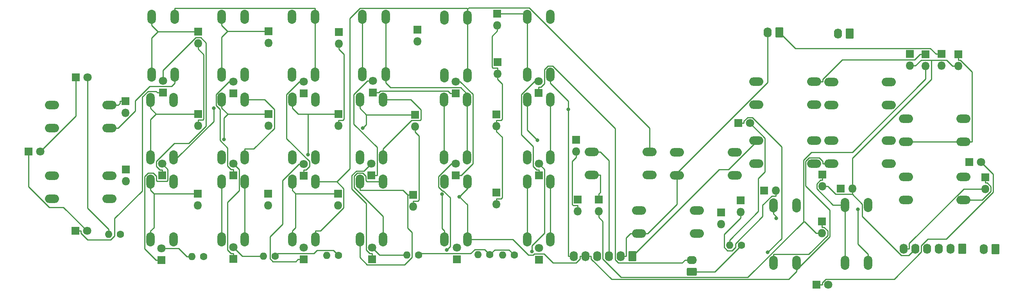
<source format=gbr>
%TF.GenerationSoftware,KiCad,Pcbnew,7.0.9*%
%TF.CreationDate,2023-12-04T13:57:31+10:00*%
%TF.ProjectId,UFC,5546432e-6b69-4636-9164-5f7063625858,rev?*%
%TF.SameCoordinates,Original*%
%TF.FileFunction,Copper,L2,Bot*%
%TF.FilePolarity,Positive*%
%FSLAX46Y46*%
G04 Gerber Fmt 4.6, Leading zero omitted, Abs format (unit mm)*
G04 Created by KiCad (PCBNEW 7.0.9) date 2023-12-04 13:57:31*
%MOMM*%
%LPD*%
G01*
G04 APERTURE LIST*
G04 Aperture macros list*
%AMRoundRect*
0 Rectangle with rounded corners*
0 $1 Rounding radius*
0 $2 $3 $4 $5 $6 $7 $8 $9 X,Y pos of 4 corners*
0 Add a 4 corners polygon primitive as box body*
4,1,4,$2,$3,$4,$5,$6,$7,$8,$9,$2,$3,0*
0 Add four circle primitives for the rounded corners*
1,1,$1+$1,$2,$3*
1,1,$1+$1,$4,$5*
1,1,$1+$1,$6,$7*
1,1,$1+$1,$8,$9*
0 Add four rect primitives between the rounded corners*
20,1,$1+$1,$2,$3,$4,$5,0*
20,1,$1+$1,$4,$5,$6,$7,0*
20,1,$1+$1,$6,$7,$8,$9,0*
20,1,$1+$1,$8,$9,$2,$3,0*%
G04 Aperture macros list end*
%TA.AperFunction,ComponentPad*%
%ADD10RoundRect,0.250000X0.620000X0.845000X-0.620000X0.845000X-0.620000X-0.845000X0.620000X-0.845000X0*%
%TD*%
%TA.AperFunction,ComponentPad*%
%ADD11O,1.740000X2.190000*%
%TD*%
%TA.AperFunction,ComponentPad*%
%ADD12O,1.850000X3.048000*%
%TD*%
%TA.AperFunction,ComponentPad*%
%ADD13R,1.800000X1.800000*%
%TD*%
%TA.AperFunction,ComponentPad*%
%ADD14C,1.800000*%
%TD*%
%TA.AperFunction,ComponentPad*%
%ADD15O,3.048000X1.850000*%
%TD*%
%TA.AperFunction,ComponentPad*%
%ADD16RoundRect,0.250000X0.845000X-0.620000X0.845000X0.620000X-0.845000X0.620000X-0.845000X-0.620000X0*%
%TD*%
%TA.AperFunction,ComponentPad*%
%ADD17O,2.190000X1.740000*%
%TD*%
%TA.AperFunction,ComponentPad*%
%ADD18O,1.800000X1.800000*%
%TD*%
%TA.AperFunction,ComponentPad*%
%ADD19C,1.600000*%
%TD*%
%TA.AperFunction,ComponentPad*%
%ADD20O,1.600000X1.600000*%
%TD*%
%TA.AperFunction,ViaPad*%
%ADD21C,0.800000*%
%TD*%
%TA.AperFunction,Conductor*%
%ADD22C,0.250000*%
%TD*%
G04 APERTURE END LIST*
D10*
%TO.P,LA1,1,-*%
%TO.N,/CAUTION_LAMP-*%
X214630000Y-44470000D03*
D11*
%TO.P,LA1,2,+*%
%TO.N,/CAUTION_LAMP+*%
X212090000Y-44470000D03*
%TD*%
D12*
%TO.P,SW10,1,1*%
%TO.N,Net-(D10-K)*%
X78640000Y-71300000D03*
X78640000Y-58800000D03*
%TO.P,SW10,2,2*%
%TO.N,/ROW4*%
X83640000Y-71300000D03*
X83640000Y-58800000D03*
%TD*%
D13*
%TO.P,D41,1,K*%
%TO.N,Net-(D41-K)*%
X96400000Y-75250000D03*
D14*
%TO.P,D41,2,A*%
%TO.N,Net-(D35-K)*%
X96400000Y-72710000D03*
%TD*%
D12*
%TO.P,SW8,1,1*%
%TO.N,Net-(D8-K)*%
X126870000Y-89060000D03*
X126870000Y-76560000D03*
%TO.P,SW8,2,2*%
%TO.N,/ROW4*%
X131870000Y-89060000D03*
X131870000Y-76560000D03*
%TD*%
D15*
%TO.P,SW32,1,1*%
%TO.N,Net-(D51-K)*%
X169040000Y-82850000D03*
X181540000Y-82850000D03*
%TO.P,SW32,2,2*%
%TO.N,/ROW1*%
X169040000Y-87850000D03*
X181540000Y-87850000D03*
%TD*%
D13*
%TO.P,D37,1,K*%
%TO.N,Net-(D37-K)*%
X129580000Y-93375000D03*
D14*
%TO.P,D37,2,A*%
%TO.N,Net-(D37-A)*%
X129580000Y-90835000D03*
%TD*%
D13*
%TO.P,D39,1,K*%
%TO.N,Net-(D39-K)*%
X65720000Y-75225000D03*
D14*
%TO.P,D39,2,A*%
%TO.N,Net-(D33-K)*%
X65720000Y-72685000D03*
%TD*%
D12*
%TO.P,SW19,1,1*%
%TO.N,Net-(D19-K)*%
X198180000Y-94190000D03*
X198180000Y-81690000D03*
%TO.P,SW19,2,2*%
%TO.N,/ROW4*%
X203180000Y-94190000D03*
X203180000Y-81690000D03*
%TD*%
D15*
%TO.P,SW30,1,1*%
%TO.N,Net-(D31-K)*%
X239330000Y-67920000D03*
X226830000Y-67920000D03*
%TO.P,SW30,2,2*%
%TO.N,/ROW5*%
X239330000Y-62920000D03*
X226830000Y-62920000D03*
%TD*%
D12*
%TO.P,SW11,1,1*%
%TO.N,Net-(D11-K)*%
X78640000Y-89080000D03*
X78640000Y-76580000D03*
%TO.P,SW11,2,2*%
%TO.N,/ROW5*%
X83640000Y-89080000D03*
X83640000Y-76580000D03*
%TD*%
D13*
%TO.P,D48,1,K*%
%TO.N,/BACKLIGHTING/BACKLIGHT_GND*%
X111390000Y-57245000D03*
D14*
%TO.P,D48,2,A*%
%TO.N,Net-(D42-K)*%
X111390000Y-54705000D03*
%TD*%
D13*
%TO.P,D56,1,K*%
%TO.N,Net-(D56-K)*%
X36785000Y-70070000D03*
D14*
%TO.P,D56,2,A*%
%TO.N,Net-(D55-K)*%
X39325000Y-70070000D03*
%TD*%
D15*
%TO.P,SW26,1,1*%
%TO.N,Net-(D27-K)*%
X206940000Y-72640000D03*
X194440000Y-72640000D03*
%TO.P,SW26,2,2*%
%TO.N,/ROW0*%
X206940000Y-67640000D03*
X194440000Y-67640000D03*
%TD*%
%TO.P,SW24,1,1*%
%TO.N,Net-(D25-K)*%
X177280000Y-70160000D03*
X189780000Y-70160000D03*
%TO.P,SW24,2,2*%
%TO.N,/ROW1*%
X177280000Y-75160000D03*
X189780000Y-75160000D03*
%TD*%
D12*
%TO.P,SW21,1,1*%
%TO.N,Net-(D22-K)*%
X93920000Y-71310000D03*
X93920000Y-58810000D03*
%TO.P,SW21,2,2*%
%TO.N,/ROW4*%
X98920000Y-71310000D03*
X98920000Y-58810000D03*
%TD*%
%TO.P,SW13,1,1*%
%TO.N,Net-(D13-K)*%
X144850000Y-71300000D03*
X144850000Y-58800000D03*
%TO.P,SW13,2,2*%
%TO.N,/ROW0*%
X149850000Y-71300000D03*
X149850000Y-58800000D03*
%TD*%
%TO.P,SW22,1,1*%
%TO.N,Net-(D23-K)*%
X108560000Y-89060000D03*
X108560000Y-76560000D03*
%TO.P,SW22,2,2*%
%TO.N,/ROW5*%
X113560000Y-89060000D03*
X113560000Y-76560000D03*
%TD*%
D13*
%TO.P,D42,1,K*%
%TO.N,Net-(D42-K)*%
X111050000Y-75210000D03*
D14*
%TO.P,D42,2,A*%
%TO.N,Net-(D36-K)*%
X111050000Y-72670000D03*
%TD*%
D13*
%TO.P,D45,1,K*%
%TO.N,/BACKLIGHTING/BACKLIGHT_GND*%
X65910000Y-57235000D03*
D14*
%TO.P,D45,2,A*%
%TO.N,Net-(D39-K)*%
X65910000Y-54695000D03*
%TD*%
D12*
%TO.P,SW16,1,1*%
%TO.N,Net-(D16-K)*%
X93900000Y-89090000D03*
X93900000Y-76590000D03*
%TO.P,SW16,2,2*%
%TO.N,/ROW2*%
X98900000Y-89090000D03*
X98900000Y-76590000D03*
%TD*%
%TO.P,SW23,1,1*%
%TO.N,Net-(D24-K)*%
X144840000Y-89060000D03*
X144840000Y-76560000D03*
%TO.P,SW23,2,2*%
%TO.N,/ROW3*%
X149840000Y-89060000D03*
X149840000Y-76560000D03*
%TD*%
D15*
%TO.P,SW31,1,1*%
%TO.N,Net-(D32-K)*%
X239330000Y-80560000D03*
X226830000Y-80560000D03*
%TO.P,SW31,2,2*%
%TO.N,/ROW0*%
X239330000Y-75560000D03*
X226830000Y-75560000D03*
%TD*%
D13*
%TO.P,D47,1,K*%
%TO.N,/BACKLIGHTING/BACKLIGHT_GND*%
X96430000Y-57430000D03*
D14*
%TO.P,D47,2,A*%
%TO.N,Net-(D41-K)*%
X96430000Y-54890000D03*
%TD*%
D12*
%TO.P,SW4,1,1*%
%TO.N,Net-(D4-K)*%
X63210000Y-71320000D03*
X63210000Y-58820000D03*
%TO.P,SW4,2,2*%
%TO.N,/ROW1*%
X68210000Y-71320000D03*
X68210000Y-58820000D03*
%TD*%
%TO.P,SW6,1,1*%
%TO.N,Net-(D6-K)*%
X126880000Y-53490000D03*
X126880000Y-40990000D03*
%TO.P,SW6,2,2*%
%TO.N,/ROW2*%
X131880000Y-53490000D03*
X131880000Y-40990000D03*
%TD*%
D15*
%TO.P,SW1,1,1*%
%TO.N,Net-(D1-K)*%
X41840000Y-59990000D03*
X54340000Y-59990000D03*
%TO.P,SW1,2,2*%
%TO.N,/ROW0*%
X41840000Y-64990000D03*
X54340000Y-64990000D03*
%TD*%
D12*
%TO.P,SW27,1,1*%
%TO.N,Net-(D28-K)*%
X213640000Y-94150000D03*
X213640000Y-81650000D03*
%TO.P,SW27,2,2*%
%TO.N,/ROW2*%
X218640000Y-94150000D03*
X218640000Y-81650000D03*
%TD*%
%TO.P,SW15,1,1*%
%TO.N,Net-(D15-K)*%
X108540000Y-71300000D03*
X108540000Y-58800000D03*
%TO.P,SW15,2,2*%
%TO.N,/ROW1*%
X113540000Y-71300000D03*
X113540000Y-58800000D03*
%TD*%
D13*
%TO.P,D38,1,K*%
%TO.N,Net-(D38-K)*%
X147390000Y-93445000D03*
D14*
%TO.P,D38,2,A*%
%TO.N,Net-(D38-A)*%
X147390000Y-90905000D03*
%TD*%
D12*
%TO.P,SW20,1,1*%
%TO.N,Net-(D21-K)*%
X109130000Y-53310000D03*
X109130000Y-40810000D03*
%TO.P,SW20,2,2*%
%TO.N,/ROW3*%
X114130000Y-53310000D03*
X114130000Y-40810000D03*
%TD*%
D13*
%TO.P,D33,1,K*%
%TO.N,Net-(D33-K)*%
X65610000Y-93540000D03*
D14*
%TO.P,D33,2,A*%
%TO.N,Net-(D33-A)*%
X65610000Y-91000000D03*
%TD*%
D12*
%TO.P,SW5,1,1*%
%TO.N,Net-(D5-K)*%
X63220000Y-89090000D03*
X63220000Y-76590000D03*
%TO.P,SW5,2,2*%
%TO.N,/ROW2*%
X68220000Y-89090000D03*
X68220000Y-76590000D03*
%TD*%
D15*
%TO.P,SW25,1,1*%
%TO.N,Net-(D26-K)*%
X194440000Y-54910000D03*
X206940000Y-54910000D03*
%TO.P,SW25,2,2*%
%TO.N,/ROW5*%
X194440000Y-59910000D03*
X206940000Y-59910000D03*
%TD*%
D13*
%TO.P,D44,1,K*%
%TO.N,Net-(D44-K)*%
X147350000Y-75225000D03*
D14*
%TO.P,D44,2,A*%
%TO.N,Net-(D38-K)*%
X147350000Y-72685000D03*
%TD*%
D13*
%TO.P,D53,1,K*%
%TO.N,Net-(D53-K)*%
X207500000Y-98930000D03*
D14*
%TO.P,D53,2,A*%
%TO.N,Net-(D52-K)*%
X210040000Y-98930000D03*
%TD*%
D13*
%TO.P,D50,1,K*%
%TO.N,/BACKLIGHTING/BACKLIGHT_GND*%
X147310000Y-57305000D03*
D14*
%TO.P,D50,2,A*%
%TO.N,Net-(D44-K)*%
X147310000Y-54765000D03*
%TD*%
D13*
%TO.P,D55,1,K*%
%TO.N,Net-(D55-K)*%
X47045000Y-53950000D03*
D14*
%TO.P,D55,2,A*%
%TO.N,Net-(D55-A)*%
X49585000Y-53950000D03*
%TD*%
D12*
%TO.P,SW14,1,1*%
%TO.N,Net-(D14-K)*%
X93880000Y-53320000D03*
X93880000Y-40820000D03*
%TO.P,SW14,2,2*%
%TO.N,/ROW0*%
X98880000Y-53320000D03*
X98880000Y-40820000D03*
%TD*%
D13*
%TO.P,D52,1,K*%
%TO.N,Net-(D52-K)*%
X190520000Y-63880000D03*
D14*
%TO.P,D52,2,A*%
%TO.N,Net-(D52-A)*%
X193060000Y-63880000D03*
%TD*%
D15*
%TO.P,SW17,1,1*%
%TO.N,Net-(D17-K)*%
X171310000Y-75140000D03*
X158810000Y-75140000D03*
%TO.P,SW17,2,2*%
%TO.N,/ROW2*%
X171310000Y-70140000D03*
X158810000Y-70140000D03*
%TD*%
D13*
%TO.P,D40,1,K*%
%TO.N,Net-(D40-K)*%
X81140000Y-75185000D03*
D14*
%TO.P,D40,2,A*%
%TO.N,Net-(D34-K)*%
X81140000Y-72645000D03*
%TD*%
D13*
%TO.P,D54,1,K*%
%TO.N,/BACKLIGHTING/BACKLIGHT_GND*%
X240535000Y-72300000D03*
D14*
%TO.P,D54,2,A*%
%TO.N,Net-(D53-K)*%
X243075000Y-72300000D03*
%TD*%
D12*
%TO.P,SW9,1,1*%
%TO.N,Net-(D9-K)*%
X78630000Y-53330000D03*
X78630000Y-40830000D03*
%TO.P,SW9,2,2*%
%TO.N,/ROW3*%
X83630000Y-53330000D03*
X83630000Y-40830000D03*
%TD*%
D13*
%TO.P,D49,1,K*%
%TO.N,/BACKLIGHTING/BACKLIGHT_GND*%
X129360000Y-57400000D03*
D14*
%TO.P,D49,2,A*%
%TO.N,Net-(D43-K)*%
X129360000Y-54860000D03*
%TD*%
D15*
%TO.P,SW2,1,1*%
%TO.N,Net-(D2-K)*%
X41830000Y-75260000D03*
X54330000Y-75260000D03*
%TO.P,SW2,2,2*%
%TO.N,/ROW1*%
X41830000Y-80260000D03*
X54330000Y-80260000D03*
%TD*%
D13*
%TO.P,D34,1,K*%
%TO.N,Net-(D34-K)*%
X81120000Y-93345000D03*
D14*
%TO.P,D34,2,A*%
%TO.N,Net-(D34-A)*%
X81120000Y-90805000D03*
%TD*%
D15*
%TO.P,SW28,1,1*%
%TO.N,Net-(D29-K)*%
X223150000Y-59930000D03*
X210650000Y-59930000D03*
%TO.P,SW28,2,2*%
%TO.N,/ROW3*%
X223150000Y-54930000D03*
X210650000Y-54930000D03*
%TD*%
D12*
%TO.P,SW7,1,1*%
%TO.N,Net-(D7-K)*%
X126790000Y-71260000D03*
X126790000Y-58760000D03*
%TO.P,SW7,2,2*%
%TO.N,/ROW3*%
X131790000Y-71260000D03*
X131790000Y-58760000D03*
%TD*%
D13*
%TO.P,D35,1,K*%
%TO.N,Net-(D35-K)*%
X96370000Y-93380000D03*
D14*
%TO.P,D35,2,A*%
%TO.N,Net-(D35-A)*%
X96370000Y-90840000D03*
%TD*%
D13*
%TO.P,D46,1,K*%
%TO.N,/BACKLIGHTING/BACKLIGHT_GND*%
X81140000Y-57375000D03*
D14*
%TO.P,D46,2,A*%
%TO.N,Net-(D40-K)*%
X81140000Y-54835000D03*
%TD*%
D13*
%TO.P,D57,1,K*%
%TO.N,/BACKLIGHTING/BACKLIGHT_GND*%
X46925000Y-87260000D03*
D14*
%TO.P,D57,2,A*%
%TO.N,Net-(D56-K)*%
X49465000Y-87260000D03*
%TD*%
D13*
%TO.P,D36,1,K*%
%TO.N,Net-(D36-K)*%
X111180000Y-93360000D03*
D14*
%TO.P,D36,2,A*%
%TO.N,Net-(D36-A)*%
X111180000Y-90820000D03*
%TD*%
D12*
%TO.P,SW12,1,1*%
%TO.N,Net-(D12-K)*%
X144820000Y-53330000D03*
X144820000Y-40830000D03*
%TO.P,SW12,2,2*%
%TO.N,/ROW5*%
X149820000Y-53330000D03*
X149820000Y-40830000D03*
%TD*%
D15*
%TO.P,SW29,1,1*%
%TO.N,Net-(D30-K)*%
X210670000Y-67660000D03*
X223170000Y-67660000D03*
%TO.P,SW29,2,2*%
%TO.N,/ROW4*%
X210670000Y-72660000D03*
X223170000Y-72660000D03*
%TD*%
D12*
%TO.P,SW3,1,1*%
%TO.N,Net-(D3-K)*%
X63480000Y-53330000D03*
X63480000Y-40830000D03*
%TO.P,SW3,2,2*%
%TO.N,/ROW0*%
X68480000Y-53330000D03*
X68480000Y-40830000D03*
%TD*%
D13*
%TO.P,D43,1,K*%
%TO.N,Net-(D43-K)*%
X129320000Y-75185000D03*
D14*
%TO.P,D43,2,A*%
%TO.N,Net-(D37-K)*%
X129320000Y-72645000D03*
%TD*%
D16*
%TO.P,J5,1,Pin_1*%
%TO.N,/BACKLIGHTING/BACKLIGHT_+12V*%
X180430000Y-96080000D03*
D17*
%TO.P,J5,2,Pin_2*%
%TO.N,/BACKLIGHTING/BACKLIGHT_GND*%
X180430000Y-93540000D03*
%TD*%
D13*
%TO.P,D30,1,K*%
%TO.N,Net-(D30-K)*%
X212700000Y-78050000D03*
D18*
%TO.P,D30,2,A*%
%TO.N,/COL4*%
X215240000Y-78050000D03*
%TD*%
D13*
%TO.P,D10,1,K*%
%TO.N,Net-(D10-K)*%
X88780000Y-61940000D03*
D18*
%TO.P,D10,2,A*%
%TO.N,/COL0*%
X88780000Y-64480000D03*
%TD*%
D13*
%TO.P,D2,1,K*%
%TO.N,Net-(D2-K)*%
X57840000Y-73910000D03*
D18*
%TO.P,D2,2,A*%
%TO.N,/COL2*%
X57840000Y-76450000D03*
%TD*%
D13*
%TO.P,D29,1,K*%
%TO.N,Net-(D29-K)*%
X227670000Y-48880000D03*
D18*
%TO.P,D29,2,A*%
%TO.N,/COL4*%
X227670000Y-51420000D03*
%TD*%
D13*
%TO.P,D19,1,K*%
%TO.N,Net-(D19-K)*%
X208630000Y-85200000D03*
D18*
%TO.P,D19,2,A*%
%TO.N,/COL3*%
X208630000Y-87740000D03*
%TD*%
D10*
%TO.P,SW18,1,1*%
%TO.N,Net-(D18-K)*%
X199460000Y-44220000D03*
D11*
%TO.P,SW18,2,2*%
%TO.N,/ROW1*%
X196920000Y-44220000D03*
%TD*%
D13*
%TO.P,D26,1,K*%
%TO.N,Net-(D26-K)*%
X231130000Y-48950000D03*
D18*
%TO.P,D26,2,A*%
%TO.N,/COL3*%
X231130000Y-51490000D03*
%TD*%
D13*
%TO.P,D6,1,K*%
%TO.N,Net-(D6-K)*%
X138400000Y-50630000D03*
D18*
%TO.P,D6,2,A*%
%TO.N,/COL2*%
X138400000Y-53170000D03*
%TD*%
D13*
%TO.P,D22,1,K*%
%TO.N,Net-(D22-K)*%
X103890000Y-61920000D03*
D18*
%TO.P,D22,2,A*%
%TO.N,/COL1*%
X103890000Y-64460000D03*
%TD*%
D13*
%TO.P,D7,1,K*%
%TO.N,Net-(D7-K)*%
X138150000Y-61960000D03*
D18*
%TO.P,D7,2,A*%
%TO.N,/COL2*%
X138150000Y-64500000D03*
%TD*%
D13*
%TO.P,D21,1,K*%
%TO.N,Net-(D21-K)*%
X121020000Y-43640000D03*
D18*
%TO.P,D21,2,A*%
%TO.N,/COL1*%
X121020000Y-46180000D03*
%TD*%
D13*
%TO.P,D27,1,K*%
%TO.N,Net-(D27-K)*%
X196110000Y-78460000D03*
D18*
%TO.P,D27,2,A*%
%TO.N,/COL4*%
X198650000Y-78460000D03*
%TD*%
D13*
%TO.P,D5,1,K*%
%TO.N,Net-(D5-K)*%
X73430000Y-79170000D03*
D18*
%TO.P,D5,2,A*%
%TO.N,/COL0*%
X73430000Y-81710000D03*
%TD*%
D19*
%TO.P,R8,1*%
%TO.N,/BACKLIGHTING/BACKLIGHT_+12V*%
X56700000Y-88010000D03*
D20*
%TO.P,R8,2*%
%TO.N,Net-(D55-A)*%
X54160000Y-88010000D03*
%TD*%
D19*
%TO.P,R5,1*%
%TO.N,/BACKLIGHTING/BACKLIGHT_+12V*%
X136730000Y-92400000D03*
D20*
%TO.P,R5,2*%
%TO.N,Net-(D37-A)*%
X134190000Y-92400000D03*
%TD*%
D19*
%TO.P,R3,1*%
%TO.N,/BACKLIGHTING/BACKLIGHT_+12V*%
X103950000Y-92590000D03*
D20*
%TO.P,R3,2*%
%TO.N,Net-(D35-A)*%
X101410000Y-92590000D03*
%TD*%
D13*
%TO.P,D1,1,K*%
%TO.N,Net-(D1-K)*%
X57790000Y-59110000D03*
D18*
%TO.P,D1,2,A*%
%TO.N,/COL2*%
X57790000Y-61650000D03*
%TD*%
D13*
%TO.P,D3,1,K*%
%TO.N,Net-(D3-K)*%
X73530000Y-44030000D03*
D18*
%TO.P,D3,2,A*%
%TO.N,/COL0*%
X73530000Y-46570000D03*
%TD*%
D13*
%TO.P,D9,1,K*%
%TO.N,Net-(D9-K)*%
X88760000Y-43970000D03*
D18*
%TO.P,D9,2,A*%
%TO.N,/COL0*%
X88760000Y-46510000D03*
%TD*%
D13*
%TO.P,D11,1,K*%
%TO.N,Net-(D11-K)*%
X88650000Y-79150000D03*
D18*
%TO.P,D11,2,A*%
%TO.N,/COL0*%
X88650000Y-81690000D03*
%TD*%
D10*
%TO.P,J1,1,Pin_1*%
%TO.N,/CAUTION_LAMP+*%
X246280000Y-91160000D03*
D11*
%TO.P,J1,2,Pin_2*%
%TO.N,/CAUTION_LAMP-*%
X243740000Y-91160000D03*
%TD*%
D13*
%TO.P,D23,1,K*%
%TO.N,Net-(D23-K)*%
X120130000Y-79450000D03*
D18*
%TO.P,D23,2,A*%
%TO.N,/COL1*%
X120130000Y-81990000D03*
%TD*%
D19*
%TO.P,R1,1*%
%TO.N,/BACKLIGHTING/BACKLIGHT_+12V*%
X74755000Y-92800000D03*
D20*
%TO.P,R1,2*%
%TO.N,Net-(D33-A)*%
X72215000Y-92800000D03*
%TD*%
D19*
%TO.P,R7,1*%
%TO.N,/BACKLIGHTING/BACKLIGHT_+12V*%
X191190000Y-90360000D03*
D20*
%TO.P,R7,2*%
%TO.N,Net-(D52-A)*%
X188650000Y-90360000D03*
%TD*%
D13*
%TO.P,D28,1,K*%
%TO.N,Net-(D28-K)*%
X208760000Y-75020000D03*
D18*
%TO.P,D28,2,A*%
%TO.N,/COL4*%
X208760000Y-77560000D03*
%TD*%
D13*
%TO.P,D24,1,K*%
%TO.N,Net-(D24-K)*%
X155770000Y-80420000D03*
D18*
%TO.P,D24,2,A*%
%TO.N,/COL3*%
X155770000Y-82960000D03*
%TD*%
D13*
%TO.P,D16,1,K*%
%TO.N,Net-(D16-K)*%
X103830000Y-79170000D03*
D18*
%TO.P,D16,2,A*%
%TO.N,/COL1*%
X103830000Y-81710000D03*
%TD*%
D13*
%TO.P,D13,1,K*%
%TO.N,Net-(D13-K)*%
X155370000Y-67530000D03*
D18*
%TO.P,D13,2,A*%
%TO.N,/COL3*%
X155370000Y-70070000D03*
%TD*%
D19*
%TO.P,R2,1*%
%TO.N,/BACKLIGHTING/BACKLIGHT_+12V*%
X90240000Y-92740000D03*
D20*
%TO.P,R2,2*%
%TO.N,Net-(D34-A)*%
X87700000Y-92740000D03*
%TD*%
D13*
%TO.P,D31,1,K*%
%TO.N,Net-(D31-K)*%
X238200000Y-48980000D03*
D18*
%TO.P,D31,2,A*%
%TO.N,/COL4*%
X238200000Y-51520000D03*
%TD*%
D13*
%TO.P,D18,1,K*%
%TO.N,Net-(D18-K)*%
X234590000Y-48880000D03*
D18*
%TO.P,D18,2,A*%
%TO.N,/COL3*%
X234590000Y-51420000D03*
%TD*%
D13*
%TO.P,D15,1,K*%
%TO.N,Net-(D15-K)*%
X120540000Y-62050000D03*
D18*
%TO.P,D15,2,A*%
%TO.N,/COL1*%
X120540000Y-64590000D03*
%TD*%
D13*
%TO.P,D51,1,K*%
%TO.N,Net-(D51-K)*%
X186800000Y-83280000D03*
D18*
%TO.P,D51,2,A*%
%TO.N,/COL5*%
X186800000Y-85820000D03*
%TD*%
D13*
%TO.P,D32,1,K*%
%TO.N,Net-(D32-K)*%
X244010000Y-75600000D03*
D18*
%TO.P,D32,2,A*%
%TO.N,/COL5*%
X244010000Y-78140000D03*
%TD*%
D13*
%TO.P,D17,1,K*%
%TO.N,Net-(D17-K)*%
X160280000Y-80480000D03*
D18*
%TO.P,D17,2,A*%
%TO.N,/COL3*%
X160280000Y-83020000D03*
%TD*%
D13*
%TO.P,D8,1,K*%
%TO.N,Net-(D8-K)*%
X138140000Y-78960000D03*
D18*
%TO.P,D8,2,A*%
%TO.N,/COL2*%
X138140000Y-81500000D03*
%TD*%
D13*
%TO.P,D14,1,K*%
%TO.N,Net-(D14-K)*%
X104020000Y-44100000D03*
D18*
%TO.P,D14,2,A*%
%TO.N,/COL1*%
X104020000Y-46640000D03*
%TD*%
D13*
%TO.P,D4,1,K*%
%TO.N,Net-(D4-K)*%
X73530000Y-61880000D03*
D18*
%TO.P,D4,2,A*%
%TO.N,/COL0*%
X73530000Y-64420000D03*
%TD*%
D13*
%TO.P,D25,1,K*%
%TO.N,Net-(D25-K)*%
X191020000Y-80640000D03*
D18*
%TO.P,D25,2,A*%
%TO.N,/COL4*%
X191020000Y-83180000D03*
%TD*%
D19*
%TO.P,R6,1*%
%TO.N,/BACKLIGHTING/BACKLIGHT_+12V*%
X142015000Y-92500000D03*
D20*
%TO.P,R6,2*%
%TO.N,Net-(D38-A)*%
X139475000Y-92500000D03*
%TD*%
D10*
%TO.P,J3,1,Pin_1*%
%TO.N,/ROW0*%
X167610000Y-92720000D03*
D11*
%TO.P,J3,2,Pin_2*%
%TO.N,/ROW1*%
X165070000Y-92720000D03*
%TO.P,J3,3,Pin_3*%
%TO.N,/ROW2*%
X162530000Y-92720000D03*
%TO.P,J3,4,Pin_4*%
%TO.N,/ROW3*%
X159990000Y-92720000D03*
%TO.P,J3,5,Pin_5*%
%TO.N,/ROW4*%
X157450000Y-92720000D03*
%TO.P,J3,6,Pin_6*%
%TO.N,/ROW5*%
X154910000Y-92720000D03*
%TD*%
D19*
%TO.P,R4,1*%
%TO.N,/BACKLIGHTING/BACKLIGHT_+12V*%
X121240000Y-92460000D03*
D20*
%TO.P,R4,2*%
%TO.N,Net-(D36-A)*%
X118700000Y-92460000D03*
%TD*%
D13*
%TO.P,D12,1,K*%
%TO.N,Net-(D12-K)*%
X138330000Y-40110000D03*
D18*
%TO.P,D12,2,A*%
%TO.N,/COL2*%
X138330000Y-42650000D03*
%TD*%
D10*
%TO.P,J2,1,Pin_1*%
%TO.N,/COL0*%
X239070000Y-91140000D03*
D11*
%TO.P,J2,2,Pin_2*%
%TO.N,/COL1*%
X236530000Y-91140000D03*
%TO.P,J2,3,Pin_3*%
%TO.N,/COL2*%
X233990000Y-91140000D03*
%TO.P,J2,4,Pin_4*%
%TO.N,/COL3*%
X231450000Y-91140000D03*
%TO.P,J2,5,Pin_5*%
%TO.N,/COL4*%
X228910000Y-91140000D03*
%TO.P,J2,6,Pin_6*%
%TO.N,/COL5*%
X226370000Y-91140000D03*
%TD*%
D21*
%TO.N,Net-(D52-K)*%
X196915500Y-91908800D03*
%TO.N,Net-(D38-K)*%
X145869100Y-91668100D03*
%TO.N,Net-(D37-K)*%
X127340300Y-91401900D03*
%TO.N,/ROW5*%
X153714700Y-60916700D03*
%TO.N,Net-(D22-K)*%
X97299600Y-70670200D03*
%TO.N,Net-(D19-K)*%
X198765000Y-84493800D03*
%TO.N,Net-(D15-K)*%
X109152900Y-64939600D03*
%TO.N,Net-(D13-K)*%
X147029500Y-67580900D03*
%TO.N,/ROW4*%
X130119600Y-79817700D03*
%TO.N,/ROW2*%
X216422500Y-82581300D03*
%TO.N,/ROW1*%
X76912800Y-60673600D03*
%TO.N,Net-(D10-K)*%
X79118900Y-67410800D03*
%TO.N,Net-(D8-K)*%
X126350900Y-79276000D03*
%TD*%
D22*
%TO.N,Net-(D56-K)*%
X36785000Y-77655900D02*
X36785000Y-70070000D01*
X41280400Y-82151300D02*
X36785000Y-77655900D01*
X44356300Y-82151300D02*
X41280400Y-82151300D01*
X49465000Y-87260000D02*
X44356300Y-82151300D01*
%TO.N,Net-(D55-A)*%
X49585000Y-82309700D02*
X49585000Y-53950000D01*
X54160000Y-86884700D02*
X49585000Y-82309700D01*
X54160000Y-88010000D02*
X54160000Y-86884700D01*
%TO.N,Net-(D55-K)*%
X47045000Y-62350000D02*
X39325000Y-70070000D01*
X47045000Y-53950000D02*
X47045000Y-62350000D01*
%TO.N,Net-(D53-K)*%
X208725300Y-98470400D02*
X208725300Y-98930000D01*
X209491000Y-97704700D02*
X208725300Y-98470400D01*
X224299600Y-97704700D02*
X209491000Y-97704700D01*
X230180000Y-91824300D02*
X224299600Y-97704700D01*
X230180000Y-90432500D02*
X230180000Y-91824300D01*
X231607200Y-89005300D02*
X230180000Y-90432500D01*
X235553100Y-89005300D02*
X231607200Y-89005300D01*
X245717000Y-78841400D02*
X235553100Y-89005300D01*
X245717000Y-74942000D02*
X245717000Y-78841400D01*
X243075000Y-72300000D02*
X245717000Y-74942000D01*
X207500000Y-98930000D02*
X208725300Y-98930000D01*
%TO.N,Net-(D52-A)*%
X196322400Y-67142400D02*
X193060000Y-63880000D01*
X196322400Y-74475700D02*
X196322400Y-67142400D01*
X194884600Y-75913500D02*
X196322400Y-74475700D01*
X194884600Y-83000100D02*
X194884600Y-75913500D01*
X188650000Y-89234700D02*
X194884600Y-83000100D01*
X188650000Y-90360000D02*
X188650000Y-89234700D01*
%TO.N,Net-(D52-K)*%
X190520000Y-63880000D02*
X191745300Y-63880000D01*
X199903800Y-88920500D02*
X196915500Y-91908800D01*
X199903800Y-68981100D02*
X199903800Y-88920500D01*
X193557600Y-62634900D02*
X199903800Y-68981100D01*
X192530900Y-62634900D02*
X193557600Y-62634900D01*
X191745300Y-63420500D02*
X192530900Y-62634900D01*
X191745300Y-63880000D02*
X191745300Y-63420500D01*
%TO.N,/BACKLIGHTING/BACKLIGHT_+12V*%
X137799100Y-91330900D02*
X136730000Y-92400000D01*
X140845900Y-91330900D02*
X137799100Y-91330900D01*
X142015000Y-92500000D02*
X140845900Y-91330900D01*
X185470000Y-96080000D02*
X180430000Y-96080000D01*
X191190000Y-90360000D02*
X185470000Y-96080000D01*
X121550400Y-92149600D02*
X121240000Y-92460000D01*
X132544200Y-92149600D02*
X121550400Y-92149600D01*
X133451900Y-91241900D02*
X132544200Y-92149600D01*
X135571900Y-91241900D02*
X133451900Y-91241900D01*
X136730000Y-92400000D02*
X135571900Y-91241900D01*
X90825500Y-92154500D02*
X90240000Y-92740000D01*
X98605200Y-92154500D02*
X90825500Y-92154500D01*
X99299300Y-91460400D02*
X98605200Y-92154500D01*
X102820400Y-91460400D02*
X99299300Y-91460400D01*
X103950000Y-92590000D02*
X102820400Y-91460400D01*
%TO.N,/BACKLIGHTING/BACKLIGHT_GND*%
X65910000Y-57235000D02*
X64684700Y-57235000D01*
X46925000Y-87260000D02*
X48150300Y-87260000D01*
X112949600Y-56910700D02*
X112615300Y-57245000D01*
X127645400Y-56910700D02*
X112949600Y-56910700D01*
X128134700Y-57400000D02*
X127645400Y-56910700D01*
X129360000Y-57400000D02*
X128134700Y-57400000D01*
X111390000Y-57245000D02*
X112615300Y-57245000D01*
X48150300Y-87719500D02*
X48150300Y-87260000D01*
X49588500Y-89157700D02*
X48150300Y-87719500D01*
X54605300Y-89157700D02*
X49588500Y-89157700D01*
X55430000Y-88333000D02*
X54605300Y-89157700D01*
X55430000Y-84549900D02*
X55430000Y-88333000D01*
X61433100Y-78546800D02*
X55430000Y-84549900D01*
X61433100Y-58202200D02*
X61433100Y-78546800D01*
X62671500Y-56963800D02*
X61433100Y-58202200D01*
X64413500Y-56963800D02*
X62671500Y-56963800D01*
X64684700Y-57235000D02*
X64413500Y-56963800D01*
X147769600Y-56079700D02*
X147310000Y-56079700D01*
X148535300Y-55314000D02*
X147769600Y-56079700D01*
X148535300Y-52233500D02*
X148535300Y-55314000D01*
X149289300Y-51479500D02*
X148535300Y-52233500D01*
X150347000Y-51479500D02*
X149289300Y-51479500D01*
X163874600Y-65007100D02*
X150347000Y-51479500D01*
X163874600Y-93472800D02*
X163874600Y-65007100D01*
X164577500Y-94175700D02*
X163874600Y-93472800D01*
X178374000Y-94175700D02*
X164577500Y-94175700D01*
X179009700Y-93540000D02*
X178374000Y-94175700D01*
X180430000Y-93540000D02*
X179009700Y-93540000D01*
X147310000Y-57305000D02*
X147310000Y-56079700D01*
%TO.N,Net-(D44-K)*%
X146890400Y-73999700D02*
X147350000Y-73999700D01*
X146124700Y-73234000D02*
X146890400Y-73999700D01*
X146124700Y-68919200D02*
X146124700Y-73234000D01*
X143574400Y-66368900D02*
X146124700Y-68919200D01*
X143574400Y-57657400D02*
X143574400Y-66368900D01*
X146466800Y-54765000D02*
X143574400Y-57657400D01*
X147310000Y-54765000D02*
X146466800Y-54765000D01*
X147350000Y-75225000D02*
X147350000Y-73999700D01*
%TO.N,Net-(D43-K)*%
X130294800Y-54860000D02*
X129360000Y-54860000D01*
X133046500Y-57611700D02*
X130294800Y-54860000D01*
X133046500Y-72683800D02*
X133046500Y-57611700D01*
X130545300Y-75185000D02*
X133046500Y-72683800D01*
X129320000Y-75185000D02*
X130545300Y-75185000D01*
%TO.N,Net-(D42-K)*%
X111050000Y-75210000D02*
X112275300Y-75210000D01*
X112275300Y-69087700D02*
X112275300Y-75210000D01*
X107253400Y-64065800D02*
X112275300Y-69087700D01*
X107253400Y-57648200D02*
X107253400Y-64065800D01*
X110196600Y-54705000D02*
X107253400Y-57648200D01*
X111390000Y-54705000D02*
X110196600Y-54705000D01*
%TO.N,Net-(D41-K)*%
X96859600Y-74024700D02*
X96400000Y-74024700D01*
X97625300Y-73259000D02*
X96859600Y-74024700D01*
X97625300Y-72178200D02*
X97625300Y-73259000D01*
X92656500Y-67209400D02*
X97625300Y-72178200D01*
X92656500Y-57696000D02*
X92656500Y-67209400D01*
X95462500Y-54890000D02*
X92656500Y-57696000D01*
X96430000Y-54890000D02*
X95462500Y-54890000D01*
X96400000Y-75250000D02*
X96400000Y-74024700D01*
%TO.N,Net-(D40-K)*%
X80680400Y-73959700D02*
X81140000Y-73959700D01*
X79914700Y-73194000D02*
X80680400Y-73959700D01*
X79914700Y-69248000D02*
X79914700Y-73194000D01*
X78265200Y-67598500D02*
X79914700Y-69248000D01*
X78265200Y-60911400D02*
X78265200Y-67598500D01*
X77389600Y-60035800D02*
X78265200Y-60911400D01*
X77389600Y-57642000D02*
X77389600Y-60035800D01*
X80196600Y-54835000D02*
X77389600Y-57642000D01*
X81140000Y-54835000D02*
X80196600Y-54835000D01*
X81140000Y-75185000D02*
X81140000Y-73959700D01*
%TO.N,Net-(D39-K)*%
X65720000Y-75225000D02*
X65720000Y-73999700D01*
X65260400Y-73999700D02*
X65720000Y-73999700D01*
X64494700Y-73234000D02*
X65260400Y-73999700D01*
X64494700Y-72176200D02*
X64494700Y-73234000D01*
X68380500Y-68290400D02*
X64494700Y-72176200D01*
X71462600Y-68290400D02*
X68380500Y-68290400D01*
X75234300Y-64518700D02*
X71462600Y-68290400D01*
X75234300Y-46463300D02*
X75234300Y-64518700D01*
X74100100Y-45329100D02*
X75234300Y-46463300D01*
X73035400Y-45329100D02*
X74100100Y-45329100D01*
X65910000Y-52454500D02*
X73035400Y-45329100D01*
X65910000Y-54695000D02*
X65910000Y-52454500D01*
%TO.N,Net-(D38-K)*%
X145869100Y-90435000D02*
X145869100Y-91668100D01*
X148575400Y-87728700D02*
X145869100Y-90435000D01*
X148575400Y-73910400D02*
X148575400Y-87728700D01*
X147350000Y-72685000D02*
X148575400Y-73910400D01*
%TO.N,Net-(D37-K)*%
X128417200Y-72645000D02*
X129320000Y-72645000D01*
X125605300Y-75456900D02*
X128417200Y-72645000D01*
X125605300Y-77718800D02*
X125605300Y-75456900D01*
X126437200Y-78550700D02*
X125605300Y-77718800D01*
X126651400Y-78550700D02*
X126437200Y-78550700D01*
X128146100Y-80045400D02*
X126651400Y-78550700D01*
X128146100Y-90596100D02*
X128146100Y-80045400D01*
X127340300Y-91401900D02*
X128146100Y-90596100D01*
%TO.N,Net-(D36-A)*%
X112820000Y-92460000D02*
X111180000Y-90820000D01*
X118700000Y-92460000D02*
X112820000Y-92460000D01*
%TO.N,Net-(D36-K)*%
X111180000Y-93360000D02*
X111180000Y-92134700D01*
X110720400Y-92134700D02*
X111180000Y-92134700D01*
X109954700Y-91369000D02*
X110720400Y-92134700D01*
X109954700Y-81262200D02*
X109954700Y-91369000D01*
X106841600Y-78149100D02*
X109954700Y-81262200D01*
X106841600Y-75218700D02*
X106841600Y-78149100D01*
X107801000Y-74259300D02*
X106841600Y-75218700D01*
X109460700Y-74259300D02*
X107801000Y-74259300D01*
X111050000Y-72670000D02*
X109460700Y-74259300D01*
%TO.N,Net-(D35-K)*%
X95389300Y-72710000D02*
X96400000Y-72710000D01*
X91787900Y-76311400D02*
X95389300Y-72710000D01*
X91787900Y-85778400D02*
X91787900Y-76311400D01*
X89066200Y-88500100D02*
X91787900Y-85778400D01*
X89066200Y-93193300D02*
X89066200Y-88500100D01*
X89739800Y-93866900D02*
X89066200Y-93193300D01*
X94657800Y-93866900D02*
X89739800Y-93866900D01*
X95144700Y-93380000D02*
X94657800Y-93866900D01*
X96370000Y-93380000D02*
X95144700Y-93380000D01*
%TO.N,Net-(D34-A)*%
X83055000Y-92740000D02*
X81120000Y-90805000D01*
X87700000Y-92740000D02*
X83055000Y-92740000D01*
%TO.N,Net-(D34-K)*%
X82389600Y-73894600D02*
X81140000Y-72645000D01*
X82389600Y-78510600D02*
X82389600Y-73894600D01*
X79890400Y-81009800D02*
X82389600Y-78510600D01*
X79890400Y-91349600D02*
X79890400Y-81009800D01*
X80660500Y-92119700D02*
X79890400Y-91349600D01*
X81120000Y-92119700D02*
X80660500Y-92119700D01*
X81120000Y-93345000D02*
X81120000Y-92119700D01*
%TO.N,Net-(D33-A)*%
X69289700Y-91000000D02*
X65610000Y-91000000D01*
X71089700Y-92800000D02*
X69289700Y-91000000D01*
X72215000Y-92800000D02*
X71089700Y-92800000D01*
%TO.N,Net-(D33-K)*%
X66959600Y-73924600D02*
X65720000Y-72685000D01*
X66959600Y-76277600D02*
X66959600Y-73924600D01*
X66786800Y-76450400D02*
X66959600Y-76277600D01*
X64603000Y-76450400D02*
X66786800Y-76450400D01*
X64470400Y-76317800D02*
X64603000Y-76450400D01*
X64470400Y-75389400D02*
X64470400Y-76317800D01*
X63766000Y-74685000D02*
X64470400Y-75389400D01*
X62732800Y-74685000D02*
X63766000Y-74685000D01*
X61956800Y-75461000D02*
X62732800Y-74685000D01*
X61956800Y-91112100D02*
X61956800Y-75461000D01*
X64384700Y-93540000D02*
X61956800Y-91112100D01*
X65610000Y-93540000D02*
X64384700Y-93540000D01*
%TO.N,Net-(D26-K)*%
X231130000Y-48950000D02*
X229904700Y-48950000D01*
X206940000Y-54910000D02*
X208789300Y-54910000D01*
X228749400Y-50105300D02*
X229904700Y-48950000D01*
X213088300Y-50105300D02*
X228749400Y-50105300D01*
X208789300Y-54404300D02*
X213088300Y-50105300D01*
X208789300Y-54910000D02*
X208789300Y-54404300D01*
%TO.N,/ROW5*%
X110067900Y-76560000D02*
X113560000Y-76560000D01*
X109810400Y-76302500D02*
X110067900Y-76560000D01*
X109810400Y-75371700D02*
X109810400Y-76302500D01*
X109148300Y-74709600D02*
X109810400Y-75371700D01*
X107987600Y-74709600D02*
X109148300Y-74709600D01*
X107291900Y-75405300D02*
X107987600Y-74709600D01*
X107291900Y-77850100D02*
X107291900Y-75405300D01*
X113560000Y-84118200D02*
X107291900Y-77850100D01*
X113560000Y-89060000D02*
X113560000Y-84118200D01*
X83640000Y-76580000D02*
X83640000Y-89080000D01*
X154910000Y-92720000D02*
X153714700Y-92720000D01*
X149820000Y-53330000D02*
X149820000Y-55179300D01*
X153714700Y-92720000D02*
X153714700Y-60916700D01*
X153714700Y-59074000D02*
X149820000Y-55179300D01*
X153714700Y-60916700D02*
X153714700Y-59074000D01*
%TO.N,Net-(D32-K)*%
X243342500Y-80560000D02*
X239330000Y-80560000D01*
X245259600Y-78642900D02*
X243342500Y-80560000D01*
X245259600Y-77615400D02*
X245259600Y-78642900D01*
X244469500Y-76825300D02*
X245259600Y-77615400D01*
X244010000Y-76825300D02*
X244469500Y-76825300D01*
X244010000Y-75600000D02*
X244010000Y-76825300D01*
%TO.N,Net-(D31-K)*%
X241179300Y-52725100D02*
X241179300Y-67920000D01*
X238659500Y-50205300D02*
X241179300Y-52725100D01*
X238200000Y-50205300D02*
X238659500Y-50205300D01*
X238200000Y-48980000D02*
X238200000Y-50205300D01*
X239330000Y-67920000D02*
X241179300Y-67920000D01*
X226830000Y-67920000D02*
X239330000Y-67920000D01*
%TO.N,Net-(D28-K)*%
X208760000Y-75020000D02*
X208760000Y-76245300D01*
X211054900Y-81650000D02*
X213640000Y-81650000D01*
X207517500Y-78112600D02*
X211054900Y-81650000D01*
X207517500Y-77028300D02*
X207517500Y-78112600D01*
X208300500Y-76245300D02*
X207517500Y-77028300D01*
X208760000Y-76245300D02*
X208300500Y-76245300D01*
X213640000Y-94150000D02*
X213640000Y-92300700D01*
X213640000Y-81650000D02*
X213640000Y-92300700D01*
%TO.N,Net-(D24-K)*%
X144840000Y-76560000D02*
X144840000Y-89060000D01*
%TO.N,Net-(D23-K)*%
X108560000Y-76560000D02*
X108560000Y-78409300D01*
X120130000Y-79450000D02*
X118904700Y-79450000D01*
X117864000Y-78409300D02*
X118904700Y-79450000D01*
X108560000Y-78409300D02*
X117864000Y-78409300D01*
X108560000Y-93014400D02*
X108560000Y-89060000D01*
X110135900Y-94590300D02*
X108560000Y-93014400D01*
X118215000Y-94590300D02*
X110135900Y-94590300D01*
X119864300Y-92941000D02*
X118215000Y-94590300D01*
X119864300Y-87563000D02*
X119864300Y-92941000D01*
X118904700Y-86603400D02*
X119864300Y-87563000D01*
X118904700Y-79450000D02*
X118904700Y-86603400D01*
%TO.N,Net-(D22-K)*%
X93920000Y-58810000D02*
X93920000Y-60659300D01*
X97299600Y-61920000D02*
X97299600Y-70670200D01*
X103890000Y-61920000D02*
X97299600Y-61920000D01*
X95180700Y-61920000D02*
X93920000Y-60659300D01*
X97299600Y-61920000D02*
X95180700Y-61920000D01*
%TO.N,Net-(D21-K)*%
X109130000Y-40810000D02*
X109130000Y-53310000D01*
%TO.N,Net-(D19-K)*%
X198765000Y-84124300D02*
X198765000Y-84493800D01*
X198180000Y-83539300D02*
X198765000Y-84124300D01*
X198180000Y-81690000D02*
X198180000Y-83539300D01*
X205768700Y-92340700D02*
X198180000Y-92340700D01*
X209894400Y-88215000D02*
X205768700Y-92340700D01*
X209894400Y-87230200D02*
X209894400Y-88215000D01*
X209089500Y-86425300D02*
X209894400Y-87230200D01*
X208630000Y-86425300D02*
X209089500Y-86425300D01*
X208630000Y-85200000D02*
X208630000Y-86425300D01*
X198180000Y-94190000D02*
X198180000Y-92340700D01*
%TO.N,Net-(D18-K)*%
X202894700Y-47654700D02*
X199460000Y-44220000D01*
X232139400Y-47654700D02*
X202894700Y-47654700D01*
X233364700Y-48880000D02*
X232139400Y-47654700D01*
X234590000Y-48880000D02*
X233364700Y-48880000D01*
%TO.N,Net-(D17-K)*%
X160659300Y-78875400D02*
X160659300Y-75140000D01*
X160280000Y-79254700D02*
X160659300Y-78875400D01*
X158810000Y-75140000D02*
X160659300Y-75140000D01*
X160280000Y-80480000D02*
X160280000Y-79254700D01*
%TO.N,Net-(D16-K)*%
X93900000Y-76590000D02*
X93900000Y-78439300D01*
X93900000Y-89090000D02*
X93900000Y-87240700D01*
X94630700Y-86510000D02*
X93900000Y-87240700D01*
X94630700Y-79170000D02*
X94630700Y-86510000D01*
X103830000Y-79170000D02*
X94630700Y-79170000D01*
X94630700Y-79170000D02*
X93900000Y-78439300D01*
%TO.N,Net-(D15-K)*%
X108540000Y-58800000D02*
X108540000Y-60649300D01*
X109940700Y-64151800D02*
X109152900Y-64939600D01*
X109940700Y-62050000D02*
X109940700Y-64151800D01*
X120540000Y-62050000D02*
X109940700Y-62050000D01*
X109940700Y-62050000D02*
X108540000Y-60649300D01*
%TO.N,/COL1*%
X121355300Y-66630600D02*
X120540000Y-65815300D01*
X121355300Y-80535000D02*
X121355300Y-66630600D01*
X121125600Y-80764700D02*
X121355300Y-80535000D01*
X120130000Y-80764700D02*
X121125600Y-80764700D01*
X120130000Y-81990000D02*
X120130000Y-80764700D01*
X120540000Y-64590000D02*
X120540000Y-65815300D01*
X104885600Y-63234700D02*
X103890000Y-63234700D01*
X105115300Y-63005000D02*
X104885600Y-63234700D01*
X105115300Y-48960600D02*
X105115300Y-63005000D01*
X104020000Y-47865300D02*
X105115300Y-48960600D01*
X104020000Y-46640000D02*
X104020000Y-47865300D01*
X103890000Y-64460000D02*
X103890000Y-63234700D01*
%TO.N,/COL3*%
X154774400Y-81734700D02*
X155770000Y-81734700D01*
X154544700Y-81505000D02*
X154774400Y-81734700D01*
X154544700Y-72120600D02*
X154544700Y-81505000D01*
X155370000Y-71295300D02*
X154544700Y-72120600D01*
X155370000Y-70070000D02*
X155370000Y-71295300D01*
X155770000Y-82960000D02*
X155770000Y-81734700D01*
X204908300Y-85243600D02*
X204640200Y-85243600D01*
X207404700Y-87740000D02*
X204908300Y-85243600D01*
X192602200Y-97281600D02*
X204640200Y-85243600D01*
X165146500Y-97281600D02*
X192602200Y-97281600D01*
X161198100Y-93333200D02*
X165146500Y-97281600D01*
X161198100Y-85163400D02*
X161198100Y-93333200D01*
X160280000Y-84245300D02*
X161198100Y-85163400D01*
X231130000Y-54317300D02*
X231130000Y-51490000D01*
X215287300Y-70160000D02*
X231130000Y-54317300D01*
X206411700Y-70160000D02*
X215287300Y-70160000D01*
X204640200Y-71931500D02*
X206411700Y-70160000D01*
X204640200Y-85243600D02*
X204640200Y-71931500D01*
X208630000Y-87740000D02*
X207404700Y-87740000D01*
X160280000Y-83020000D02*
X160280000Y-84245300D01*
%TO.N,Net-(D13-K)*%
X144850000Y-65401400D02*
X147029500Y-67580900D01*
X144850000Y-58800000D02*
X144850000Y-65401400D01*
%TO.N,Net-(D12-K)*%
X144100000Y-40110000D02*
X144820000Y-40830000D01*
X138330000Y-40110000D02*
X144100000Y-40110000D01*
X144820000Y-40830000D02*
X144820000Y-53330000D01*
%TO.N,Net-(D11-K)*%
X78640000Y-76580000D02*
X78640000Y-89080000D01*
%TO.N,/ROW4*%
X157450000Y-92720000D02*
X156254700Y-92720000D01*
X157450000Y-92720000D02*
X158645300Y-92720000D01*
X158645300Y-93317700D02*
X158645300Y-92720000D01*
X163064800Y-97737200D02*
X158645300Y-93317700D01*
X201482100Y-97737200D02*
X163064800Y-97737200D01*
X203180000Y-96039300D02*
X201482100Y-97737200D01*
X203180000Y-94190000D02*
X203180000Y-95645600D01*
X203180000Y-95645600D02*
X203180000Y-96039300D01*
X210670000Y-72660000D02*
X208820700Y-72660000D01*
X130119600Y-79817700D02*
X131870000Y-78067300D01*
X131870000Y-76560000D02*
X131870000Y-78067300D01*
X131870000Y-81568100D02*
X130119600Y-79817700D01*
X131870000Y-89060000D02*
X131870000Y-81568100D01*
X156254700Y-93317600D02*
X156254700Y-92720000D01*
X155408900Y-94163400D02*
X156254700Y-93317600D01*
X150398300Y-94163400D02*
X155408900Y-94163400D01*
X148454500Y-92219600D02*
X150398300Y-94163400D01*
X146343400Y-92219600D02*
X148454500Y-92219600D01*
X146116300Y-92446700D02*
X146343400Y-92219600D01*
X145104100Y-92446700D02*
X146116300Y-92446700D01*
X141717400Y-89060000D02*
X145104100Y-92446700D01*
X131870000Y-89060000D02*
X141717400Y-89060000D01*
X208820700Y-72112400D02*
X208820700Y-72660000D01*
X208078700Y-71370400D02*
X208820700Y-72112400D01*
X205840700Y-71370400D02*
X208078700Y-71370400D01*
X205090600Y-72120500D02*
X205840700Y-71370400D01*
X205090600Y-77459600D02*
X205090600Y-72120500D01*
X210344800Y-82713800D02*
X205090600Y-77459600D01*
X210344800Y-88480800D02*
X210344800Y-82713800D01*
X203180000Y-95645600D02*
X210344800Y-88480800D01*
X87902200Y-58800000D02*
X83640000Y-58800000D01*
X90005400Y-60903200D02*
X87902200Y-58800000D01*
X90005400Y-65020300D02*
X90005400Y-60903200D01*
X85575000Y-69450700D02*
X90005400Y-65020300D01*
X83640000Y-69450700D02*
X85575000Y-69450700D01*
X83640000Y-71300000D02*
X83640000Y-69450700D01*
%TO.N,/ROW3*%
X149840000Y-76560000D02*
X149840000Y-78409300D01*
X149840000Y-78409300D02*
X149840000Y-89060000D01*
X114130000Y-53310000D02*
X114130000Y-40810000D01*
X114130000Y-53310000D02*
X114130000Y-55159300D01*
X131790000Y-71260000D02*
X131790000Y-58760000D01*
X115145300Y-56174600D02*
X114130000Y-55159300D01*
X130413900Y-56174600D02*
X115145300Y-56174600D01*
X131790000Y-57550700D02*
X130413900Y-56174600D01*
X131790000Y-58760000D02*
X131790000Y-57550700D01*
%TO.N,/ROW2*%
X158810000Y-70140000D02*
X160659300Y-70140000D01*
X131880000Y-40990000D02*
X131880000Y-53490000D01*
X216422500Y-90083200D02*
X216422500Y-82581300D01*
X218640000Y-92300700D02*
X216422500Y-90083200D01*
X218640000Y-94150000D02*
X218640000Y-92300700D01*
X162530000Y-72010700D02*
X162530000Y-92720000D01*
X160659300Y-70140000D02*
X162530000Y-72010700D01*
X132175000Y-38845700D02*
X131880000Y-39140700D01*
X145245400Y-38845700D02*
X132175000Y-38845700D01*
X171310000Y-64910300D02*
X145245400Y-38845700D01*
X171310000Y-70140000D02*
X171310000Y-64910300D01*
X98900000Y-89090000D02*
X98900000Y-87240700D01*
X131880000Y-40990000D02*
X131880000Y-39163300D01*
X131880000Y-39163300D02*
X131880000Y-39140700D01*
X106391200Y-73766300D02*
X103567500Y-76590000D01*
X106391200Y-41154200D02*
X106391200Y-73766300D01*
X108593600Y-38951800D02*
X106391200Y-41154200D01*
X131691100Y-38951800D02*
X108593600Y-38951800D01*
X131880000Y-39140700D02*
X131691100Y-38951800D01*
X105055400Y-78077900D02*
X103567500Y-76590000D01*
X105055400Y-82241100D02*
X105055400Y-78077900D01*
X100055800Y-87240700D02*
X105055400Y-82241100D01*
X98900000Y-87240700D02*
X100055800Y-87240700D01*
X103567500Y-76590000D02*
X98900000Y-76590000D01*
%TO.N,/ROW1*%
X119715300Y-63275400D02*
X113540000Y-69450700D01*
X121599700Y-63275400D02*
X119715300Y-63275400D01*
X121765400Y-63109700D02*
X121599700Y-63275400D01*
X121765400Y-60953900D02*
X121765400Y-63109700D01*
X119611500Y-58800000D02*
X121765400Y-60953900D01*
X113540000Y-58800000D02*
X119611500Y-58800000D01*
X113540000Y-71300000D02*
X113540000Y-69450700D01*
X166265300Y-88775400D02*
X167190700Y-87850000D01*
X166265300Y-92720000D02*
X166265300Y-88775400D01*
X165070000Y-92720000D02*
X166265300Y-92720000D01*
X169040000Y-87850000D02*
X167190700Y-87850000D01*
X177280000Y-74659000D02*
X177280000Y-75160000D01*
X196920000Y-55019000D02*
X177280000Y-74659000D01*
X196920000Y-44220000D02*
X196920000Y-55019000D01*
X177280000Y-81459300D02*
X170889300Y-87850000D01*
X177280000Y-75160000D02*
X177280000Y-81459300D01*
X169040000Y-87850000D02*
X170889300Y-87850000D01*
X76912800Y-63477100D02*
X76912800Y-60673600D01*
X69069900Y-71320000D02*
X76912800Y-63477100D01*
X68210000Y-71320000D02*
X69069900Y-71320000D01*
%TO.N,/ROW0*%
X68480000Y-40830000D02*
X68480000Y-38980700D01*
X149850000Y-58800000D02*
X149850000Y-71300000D01*
X59931300Y-61248000D02*
X56189300Y-64990000D01*
X59931300Y-59047000D02*
X59931300Y-61248000D01*
X63050400Y-55927900D02*
X59931300Y-59047000D01*
X67731400Y-55927900D02*
X63050400Y-55927900D01*
X68480000Y-55179300D02*
X67731400Y-55927900D01*
X68480000Y-53330000D02*
X68480000Y-55179300D01*
X54340000Y-64990000D02*
X56189300Y-64990000D01*
X68490000Y-38970700D02*
X98880000Y-38970700D01*
X68480000Y-38980700D02*
X68490000Y-38970700D01*
X98880000Y-40820000D02*
X98880000Y-53320000D01*
X98880000Y-40820000D02*
X98880000Y-38970700D01*
X194440000Y-67874700D02*
X194440000Y-67640000D01*
X188405100Y-73909600D02*
X194440000Y-67874700D01*
X186420400Y-73909600D02*
X188405100Y-73909600D01*
X167610000Y-92720000D02*
X186420400Y-73909600D01*
%TO.N,Net-(D10-K)*%
X78640000Y-58800000D02*
X78640000Y-60649300D01*
X79930700Y-61940000D02*
X78640000Y-60649300D01*
X88780000Y-61940000D02*
X79930700Y-61940000D01*
X79118900Y-62751800D02*
X79118900Y-67410800D01*
X79930700Y-61940000D02*
X79118900Y-62751800D01*
%TO.N,Net-(D9-K)*%
X78630000Y-40830000D02*
X78630000Y-42679300D01*
X79920700Y-43970000D02*
X78630000Y-42679300D01*
X88760000Y-43970000D02*
X79920700Y-43970000D01*
X78630000Y-45260700D02*
X78630000Y-53330000D01*
X79920700Y-43970000D02*
X78630000Y-45260700D01*
%TO.N,Net-(D8-K)*%
X126350900Y-86691600D02*
X126870000Y-87210700D01*
X126350900Y-79276000D02*
X126350900Y-86691600D01*
X126870000Y-89060000D02*
X126870000Y-87210700D01*
%TO.N,Net-(D7-K)*%
X126790000Y-58760000D02*
X126790000Y-71260000D01*
%TO.N,Net-(D5-K)*%
X63220000Y-76590000D02*
X63220000Y-78439300D01*
X63950700Y-86510000D02*
X63220000Y-87240700D01*
X63950700Y-79170000D02*
X63950700Y-86510000D01*
X73430000Y-79170000D02*
X63950700Y-79170000D01*
X63950700Y-79170000D02*
X63220000Y-78439300D01*
X63220000Y-89090000D02*
X63220000Y-87240700D01*
%TO.N,/COL0*%
X73530000Y-46570000D02*
X73530000Y-47795300D01*
X73530000Y-64420000D02*
X73530000Y-63194700D01*
X74525600Y-63194700D02*
X73530000Y-63194700D01*
X74755300Y-62965000D02*
X74525600Y-63194700D01*
X74755300Y-49020600D02*
X74755300Y-62965000D01*
X73530000Y-47795300D02*
X74755300Y-49020600D01*
%TO.N,/COL2*%
X137404400Y-51944700D02*
X138400000Y-51944700D01*
X137174700Y-51715000D02*
X137404400Y-51944700D01*
X137174700Y-45030600D02*
X137174700Y-51715000D01*
X138330000Y-43875300D02*
X137174700Y-45030600D01*
X138330000Y-42650000D02*
X138330000Y-43875300D01*
X139365300Y-66940600D02*
X138150000Y-65725300D01*
X139365300Y-80045000D02*
X139365300Y-66940600D01*
X139135600Y-80274700D02*
X139365300Y-80045000D01*
X138140000Y-80274700D02*
X139135600Y-80274700D01*
X138140000Y-81500000D02*
X138140000Y-80274700D01*
X138150000Y-64500000D02*
X138150000Y-65725300D01*
X138400000Y-52557300D02*
X138400000Y-51944700D01*
X138400000Y-52557300D02*
X138400000Y-53170000D01*
X139145600Y-63274700D02*
X138150000Y-63274700D01*
X139375300Y-63045000D02*
X139145600Y-63274700D01*
X139375300Y-55370600D02*
X139375300Y-63045000D01*
X138400000Y-54395300D02*
X139375300Y-55370600D01*
X138400000Y-53170000D02*
X138400000Y-54395300D01*
X138150000Y-64500000D02*
X138150000Y-63274700D01*
%TO.N,/COL4*%
X197807600Y-79685300D02*
X198650000Y-79685300D01*
X195828400Y-81664500D02*
X197807600Y-79685300D01*
X195828400Y-84119600D02*
X195828400Y-81664500D01*
X189920000Y-90028000D02*
X195828400Y-84119600D01*
X189920000Y-90764700D02*
X189920000Y-90028000D01*
X189164300Y-91520400D02*
X189920000Y-90764700D01*
X188184100Y-91520400D02*
X189164300Y-91520400D01*
X187451300Y-90787600D02*
X188184100Y-91520400D01*
X187451300Y-87974000D02*
X187451300Y-90787600D01*
X191020000Y-84405300D02*
X187451300Y-87974000D01*
X191020000Y-83180000D02*
X191020000Y-84405300D01*
X198650000Y-78460000D02*
X198650000Y-79685300D01*
X238200000Y-51520000D02*
X236974700Y-51520000D01*
X227670000Y-51420000D02*
X228895300Y-51420000D01*
X215240000Y-71468100D02*
X215240000Y-78050000D01*
X232381000Y-54327100D02*
X215240000Y-71468100D01*
X232381000Y-50194700D02*
X232381000Y-54327100D01*
X235649400Y-50194700D02*
X232381000Y-50194700D01*
X236974700Y-51520000D02*
X235649400Y-50194700D01*
X230120600Y-50194700D02*
X228895300Y-51420000D01*
X232381000Y-50194700D02*
X230120600Y-50194700D01*
X217389600Y-81424900D02*
X215240000Y-79275300D01*
X217389600Y-84122000D02*
X217389600Y-81424900D01*
X225844100Y-92576500D02*
X217389600Y-84122000D01*
X227473500Y-92576500D02*
X225844100Y-92576500D01*
X228910000Y-91140000D02*
X227473500Y-92576500D01*
X215240000Y-78050000D02*
X215240000Y-79275300D01*
X211624000Y-79275300D02*
X215240000Y-79275300D01*
X209985300Y-77636600D02*
X211624000Y-79275300D01*
X209985300Y-77560000D02*
X209985300Y-77636600D01*
X208760000Y-77560000D02*
X209985300Y-77560000D01*
%TO.N,Net-(D4-K)*%
X63210000Y-58820000D02*
X63210000Y-60669300D01*
X63210000Y-63090700D02*
X63210000Y-71320000D01*
X64420700Y-61880000D02*
X63210000Y-63090700D01*
X73530000Y-61880000D02*
X64420700Y-61880000D01*
X64420700Y-61880000D02*
X63210000Y-60669300D01*
%TO.N,Net-(D3-K)*%
X63480000Y-40830000D02*
X63480000Y-42679300D01*
X64830700Y-44030000D02*
X63480000Y-42679300D01*
X73530000Y-44030000D02*
X64830700Y-44030000D01*
X63480000Y-45380700D02*
X63480000Y-53330000D01*
X64830700Y-44030000D02*
X63480000Y-45380700D01*
%TO.N,/COL5*%
X239370000Y-78140000D02*
X244010000Y-78140000D01*
X227565300Y-89944700D02*
X239370000Y-78140000D01*
X227565300Y-91140000D02*
X227565300Y-89944700D01*
X226370000Y-91140000D02*
X227565300Y-91140000D01*
%TO.N,Net-(D1-K)*%
X56564700Y-59614600D02*
X56189300Y-59990000D01*
X56564700Y-59110000D02*
X56564700Y-59614600D01*
X54340000Y-59990000D02*
X56189300Y-59990000D01*
X57790000Y-59110000D02*
X56564700Y-59110000D01*
%TD*%
M02*

</source>
